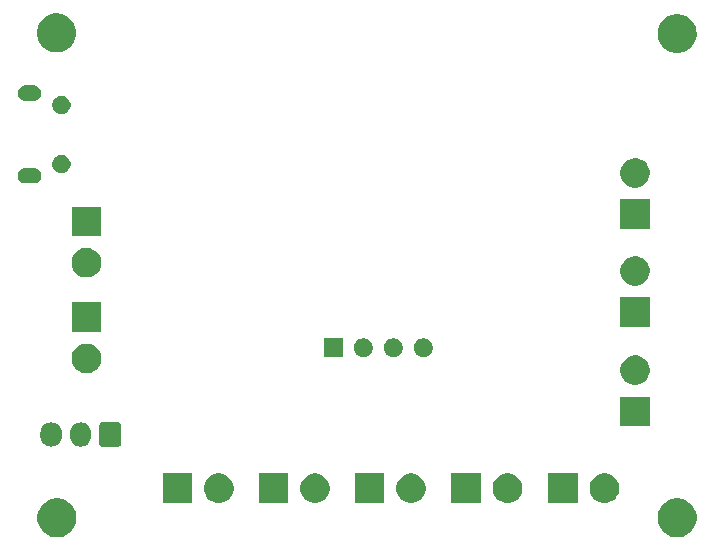
<source format=gbr>
G04 #@! TF.GenerationSoftware,KiCad,Pcbnew,(5.1.4)-1*
G04 #@! TF.CreationDate,2019-10-13T15:27:17+01:00*
G04 #@! TF.ProjectId,light_control,6c696768-745f-4636-9f6e-74726f6c2e6b,rev?*
G04 #@! TF.SameCoordinates,Original*
G04 #@! TF.FileFunction,Soldermask,Bot*
G04 #@! TF.FilePolarity,Negative*
%FSLAX46Y46*%
G04 Gerber Fmt 4.6, Leading zero omitted, Abs format (unit mm)*
G04 Created by KiCad (PCBNEW (5.1.4)-1) date 2019-10-13 15:27:17*
%MOMM*%
%LPD*%
G04 APERTURE LIST*
%ADD10C,0.100000*%
G04 APERTURE END LIST*
D10*
G36*
X159375256Y-96891298D02*
G01*
X159481579Y-96912447D01*
X159782042Y-97036903D01*
X160052451Y-97217585D01*
X160282415Y-97447549D01*
X160463097Y-97717958D01*
X160587553Y-98018421D01*
X160651000Y-98337391D01*
X160651000Y-98662609D01*
X160587553Y-98981579D01*
X160463097Y-99282042D01*
X160282415Y-99552451D01*
X160052451Y-99782415D01*
X159782042Y-99963097D01*
X159481579Y-100087553D01*
X159375256Y-100108702D01*
X159162611Y-100151000D01*
X158837389Y-100151000D01*
X158624744Y-100108702D01*
X158518421Y-100087553D01*
X158217958Y-99963097D01*
X157947549Y-99782415D01*
X157717585Y-99552451D01*
X157536903Y-99282042D01*
X157412447Y-98981579D01*
X157349000Y-98662609D01*
X157349000Y-98337391D01*
X157412447Y-98018421D01*
X157536903Y-97717958D01*
X157717585Y-97447549D01*
X157947549Y-97217585D01*
X158217958Y-97036903D01*
X158518421Y-96912447D01*
X158624744Y-96891298D01*
X158837389Y-96849000D01*
X159162611Y-96849000D01*
X159375256Y-96891298D01*
X159375256Y-96891298D01*
G37*
G36*
X106875256Y-96891298D02*
G01*
X106981579Y-96912447D01*
X107282042Y-97036903D01*
X107552451Y-97217585D01*
X107782415Y-97447549D01*
X107963097Y-97717958D01*
X108087553Y-98018421D01*
X108151000Y-98337391D01*
X108151000Y-98662609D01*
X108087553Y-98981579D01*
X107963097Y-99282042D01*
X107782415Y-99552451D01*
X107552451Y-99782415D01*
X107282042Y-99963097D01*
X106981579Y-100087553D01*
X106875256Y-100108702D01*
X106662611Y-100151000D01*
X106337389Y-100151000D01*
X106124744Y-100108702D01*
X106018421Y-100087553D01*
X105717958Y-99963097D01*
X105447549Y-99782415D01*
X105217585Y-99552451D01*
X105036903Y-99282042D01*
X104912447Y-98981579D01*
X104849000Y-98662609D01*
X104849000Y-98337391D01*
X104912447Y-98018421D01*
X105036903Y-97717958D01*
X105217585Y-97447549D01*
X105447549Y-97217585D01*
X105717958Y-97036903D01*
X106018421Y-96912447D01*
X106124744Y-96891298D01*
X106337389Y-96849000D01*
X106662611Y-96849000D01*
X106875256Y-96891298D01*
X106875256Y-96891298D01*
G37*
G36*
X120564903Y-94797075D02*
G01*
X120792571Y-94891378D01*
X120997466Y-95028285D01*
X121171715Y-95202534D01*
X121308622Y-95407429D01*
X121402925Y-95635097D01*
X121451000Y-95876787D01*
X121451000Y-96123213D01*
X121402925Y-96364903D01*
X121308622Y-96592571D01*
X121171715Y-96797466D01*
X120997466Y-96971715D01*
X120792571Y-97108622D01*
X120792570Y-97108623D01*
X120792569Y-97108623D01*
X120564903Y-97202925D01*
X120323214Y-97251000D01*
X120076786Y-97251000D01*
X119835097Y-97202925D01*
X119607431Y-97108623D01*
X119607430Y-97108623D01*
X119607429Y-97108622D01*
X119402534Y-96971715D01*
X119228285Y-96797466D01*
X119091378Y-96592571D01*
X118997075Y-96364903D01*
X118949000Y-96123213D01*
X118949000Y-95876787D01*
X118997075Y-95635097D01*
X119091378Y-95407429D01*
X119228285Y-95202534D01*
X119402534Y-95028285D01*
X119607429Y-94891378D01*
X119835097Y-94797075D01*
X120076786Y-94749000D01*
X120323214Y-94749000D01*
X120564903Y-94797075D01*
X120564903Y-94797075D01*
G37*
G36*
X145014903Y-94797075D02*
G01*
X145242571Y-94891378D01*
X145447466Y-95028285D01*
X145621715Y-95202534D01*
X145758622Y-95407429D01*
X145852925Y-95635097D01*
X145901000Y-95876787D01*
X145901000Y-96123213D01*
X145852925Y-96364903D01*
X145758622Y-96592571D01*
X145621715Y-96797466D01*
X145447466Y-96971715D01*
X145242571Y-97108622D01*
X145242570Y-97108623D01*
X145242569Y-97108623D01*
X145014903Y-97202925D01*
X144773214Y-97251000D01*
X144526786Y-97251000D01*
X144285097Y-97202925D01*
X144057431Y-97108623D01*
X144057430Y-97108623D01*
X144057429Y-97108622D01*
X143852534Y-96971715D01*
X143678285Y-96797466D01*
X143541378Y-96592571D01*
X143447075Y-96364903D01*
X143399000Y-96123213D01*
X143399000Y-95876787D01*
X143447075Y-95635097D01*
X143541378Y-95407429D01*
X143678285Y-95202534D01*
X143852534Y-95028285D01*
X144057429Y-94891378D01*
X144285097Y-94797075D01*
X144526786Y-94749000D01*
X144773214Y-94749000D01*
X145014903Y-94797075D01*
X145014903Y-94797075D01*
G37*
G36*
X142401000Y-97251000D02*
G01*
X139899000Y-97251000D01*
X139899000Y-94749000D01*
X142401000Y-94749000D01*
X142401000Y-97251000D01*
X142401000Y-97251000D01*
G37*
G36*
X128714903Y-94797075D02*
G01*
X128942571Y-94891378D01*
X129147466Y-95028285D01*
X129321715Y-95202534D01*
X129458622Y-95407429D01*
X129552925Y-95635097D01*
X129601000Y-95876787D01*
X129601000Y-96123213D01*
X129552925Y-96364903D01*
X129458622Y-96592571D01*
X129321715Y-96797466D01*
X129147466Y-96971715D01*
X128942571Y-97108622D01*
X128942570Y-97108623D01*
X128942569Y-97108623D01*
X128714903Y-97202925D01*
X128473214Y-97251000D01*
X128226786Y-97251000D01*
X127985097Y-97202925D01*
X127757431Y-97108623D01*
X127757430Y-97108623D01*
X127757429Y-97108622D01*
X127552534Y-96971715D01*
X127378285Y-96797466D01*
X127241378Y-96592571D01*
X127147075Y-96364903D01*
X127099000Y-96123213D01*
X127099000Y-95876787D01*
X127147075Y-95635097D01*
X127241378Y-95407429D01*
X127378285Y-95202534D01*
X127552534Y-95028285D01*
X127757429Y-94891378D01*
X127985097Y-94797075D01*
X128226786Y-94749000D01*
X128473214Y-94749000D01*
X128714903Y-94797075D01*
X128714903Y-94797075D01*
G37*
G36*
X126101000Y-97251000D02*
G01*
X123599000Y-97251000D01*
X123599000Y-94749000D01*
X126101000Y-94749000D01*
X126101000Y-97251000D01*
X126101000Y-97251000D01*
G37*
G36*
X153214903Y-94797075D02*
G01*
X153442571Y-94891378D01*
X153647466Y-95028285D01*
X153821715Y-95202534D01*
X153958622Y-95407429D01*
X154052925Y-95635097D01*
X154101000Y-95876787D01*
X154101000Y-96123213D01*
X154052925Y-96364903D01*
X153958622Y-96592571D01*
X153821715Y-96797466D01*
X153647466Y-96971715D01*
X153442571Y-97108622D01*
X153442570Y-97108623D01*
X153442569Y-97108623D01*
X153214903Y-97202925D01*
X152973214Y-97251000D01*
X152726786Y-97251000D01*
X152485097Y-97202925D01*
X152257431Y-97108623D01*
X152257430Y-97108623D01*
X152257429Y-97108622D01*
X152052534Y-96971715D01*
X151878285Y-96797466D01*
X151741378Y-96592571D01*
X151647075Y-96364903D01*
X151599000Y-96123213D01*
X151599000Y-95876787D01*
X151647075Y-95635097D01*
X151741378Y-95407429D01*
X151878285Y-95202534D01*
X152052534Y-95028285D01*
X152257429Y-94891378D01*
X152485097Y-94797075D01*
X152726786Y-94749000D01*
X152973214Y-94749000D01*
X153214903Y-94797075D01*
X153214903Y-94797075D01*
G37*
G36*
X150601000Y-97251000D02*
G01*
X148099000Y-97251000D01*
X148099000Y-94749000D01*
X150601000Y-94749000D01*
X150601000Y-97251000D01*
X150601000Y-97251000D01*
G37*
G36*
X136842903Y-94797075D02*
G01*
X137070571Y-94891378D01*
X137275466Y-95028285D01*
X137449715Y-95202534D01*
X137586622Y-95407429D01*
X137680925Y-95635097D01*
X137729000Y-95876787D01*
X137729000Y-96123213D01*
X137680925Y-96364903D01*
X137586622Y-96592571D01*
X137449715Y-96797466D01*
X137275466Y-96971715D01*
X137070571Y-97108622D01*
X137070570Y-97108623D01*
X137070569Y-97108623D01*
X136842903Y-97202925D01*
X136601214Y-97251000D01*
X136354786Y-97251000D01*
X136113097Y-97202925D01*
X135885431Y-97108623D01*
X135885430Y-97108623D01*
X135885429Y-97108622D01*
X135680534Y-96971715D01*
X135506285Y-96797466D01*
X135369378Y-96592571D01*
X135275075Y-96364903D01*
X135227000Y-96123213D01*
X135227000Y-95876787D01*
X135275075Y-95635097D01*
X135369378Y-95407429D01*
X135506285Y-95202534D01*
X135680534Y-95028285D01*
X135885429Y-94891378D01*
X136113097Y-94797075D01*
X136354786Y-94749000D01*
X136601214Y-94749000D01*
X136842903Y-94797075D01*
X136842903Y-94797075D01*
G37*
G36*
X134229000Y-97251000D02*
G01*
X131727000Y-97251000D01*
X131727000Y-94749000D01*
X134229000Y-94749000D01*
X134229000Y-97251000D01*
X134229000Y-97251000D01*
G37*
G36*
X117951000Y-97251000D02*
G01*
X115449000Y-97251000D01*
X115449000Y-94749000D01*
X117951000Y-94749000D01*
X117951000Y-97251000D01*
X117951000Y-97251000D01*
G37*
G36*
X108676627Y-90437037D02*
G01*
X108846466Y-90488557D01*
X109002991Y-90572222D01*
X109038729Y-90601552D01*
X109140186Y-90684814D01*
X109223448Y-90786271D01*
X109252778Y-90822009D01*
X109336443Y-90978534D01*
X109387963Y-91148374D01*
X109401000Y-91280743D01*
X109401000Y-91619258D01*
X109387963Y-91751627D01*
X109336443Y-91921466D01*
X109252778Y-92077991D01*
X109223448Y-92113729D01*
X109140186Y-92215186D01*
X109002989Y-92327779D01*
X108846467Y-92411442D01*
X108846465Y-92411443D01*
X108676626Y-92462963D01*
X108500000Y-92480359D01*
X108323373Y-92462963D01*
X108153534Y-92411443D01*
X107997009Y-92327778D01*
X107954750Y-92293097D01*
X107859814Y-92215186D01*
X107747221Y-92077989D01*
X107663558Y-91921467D01*
X107663557Y-91921465D01*
X107612037Y-91751626D01*
X107599000Y-91619257D01*
X107599000Y-91280742D01*
X107612037Y-91148373D01*
X107663557Y-90978534D01*
X107747222Y-90822009D01*
X107859815Y-90684815D01*
X107997010Y-90572222D01*
X108153535Y-90488557D01*
X108323374Y-90437037D01*
X108500000Y-90419641D01*
X108676627Y-90437037D01*
X108676627Y-90437037D01*
G37*
G36*
X106176627Y-90437037D02*
G01*
X106346466Y-90488557D01*
X106502991Y-90572222D01*
X106538729Y-90601552D01*
X106640186Y-90684814D01*
X106723448Y-90786271D01*
X106752778Y-90822009D01*
X106836443Y-90978534D01*
X106887963Y-91148374D01*
X106901000Y-91280743D01*
X106901000Y-91619258D01*
X106887963Y-91751627D01*
X106836443Y-91921466D01*
X106752778Y-92077991D01*
X106723448Y-92113729D01*
X106640186Y-92215186D01*
X106502989Y-92327779D01*
X106346467Y-92411442D01*
X106346465Y-92411443D01*
X106176626Y-92462963D01*
X106000000Y-92480359D01*
X105823373Y-92462963D01*
X105653534Y-92411443D01*
X105497009Y-92327778D01*
X105454750Y-92293097D01*
X105359814Y-92215186D01*
X105247221Y-92077989D01*
X105163558Y-91921467D01*
X105163557Y-91921465D01*
X105112037Y-91751626D01*
X105099000Y-91619257D01*
X105099000Y-91280742D01*
X105112037Y-91148373D01*
X105163557Y-90978534D01*
X105247222Y-90822009D01*
X105359815Y-90684815D01*
X105497010Y-90572222D01*
X105653535Y-90488557D01*
X105823374Y-90437037D01*
X106000000Y-90419641D01*
X106176627Y-90437037D01*
X106176627Y-90437037D01*
G37*
G36*
X111758600Y-90427989D02*
G01*
X111791652Y-90438015D01*
X111822103Y-90454292D01*
X111848799Y-90476201D01*
X111870708Y-90502897D01*
X111886985Y-90533348D01*
X111897011Y-90566400D01*
X111901000Y-90606903D01*
X111901000Y-92293097D01*
X111897011Y-92333600D01*
X111886985Y-92366652D01*
X111870708Y-92397103D01*
X111848799Y-92423799D01*
X111822103Y-92445708D01*
X111791652Y-92461985D01*
X111758600Y-92472011D01*
X111718097Y-92476000D01*
X110281903Y-92476000D01*
X110241400Y-92472011D01*
X110208348Y-92461985D01*
X110177897Y-92445708D01*
X110151201Y-92423799D01*
X110129292Y-92397103D01*
X110113015Y-92366652D01*
X110102989Y-92333600D01*
X110099000Y-92293097D01*
X110099000Y-90606903D01*
X110102989Y-90566400D01*
X110113015Y-90533348D01*
X110129292Y-90502897D01*
X110151201Y-90476201D01*
X110177897Y-90454292D01*
X110208348Y-90438015D01*
X110241400Y-90427989D01*
X110281903Y-90424000D01*
X111718097Y-90424000D01*
X111758600Y-90427989D01*
X111758600Y-90427989D01*
G37*
G36*
X156699000Y-90751000D02*
G01*
X154197000Y-90751000D01*
X154197000Y-88249000D01*
X156699000Y-88249000D01*
X156699000Y-90751000D01*
X156699000Y-90751000D01*
G37*
G36*
X155812903Y-84797075D02*
G01*
X156040571Y-84891378D01*
X156245466Y-85028285D01*
X156419715Y-85202534D01*
X156556622Y-85407429D01*
X156650925Y-85635097D01*
X156699000Y-85876787D01*
X156699000Y-86123213D01*
X156650925Y-86364903D01*
X156556622Y-86592571D01*
X156419715Y-86797466D01*
X156245466Y-86971715D01*
X156040571Y-87108622D01*
X156040570Y-87108623D01*
X156040569Y-87108623D01*
X155812903Y-87202925D01*
X155571214Y-87251000D01*
X155324786Y-87251000D01*
X155083097Y-87202925D01*
X154855431Y-87108623D01*
X154855430Y-87108623D01*
X154855429Y-87108622D01*
X154650534Y-86971715D01*
X154476285Y-86797466D01*
X154339378Y-86592571D01*
X154245075Y-86364903D01*
X154197000Y-86123213D01*
X154197000Y-85876787D01*
X154245075Y-85635097D01*
X154339378Y-85407429D01*
X154476285Y-85202534D01*
X154650534Y-85028285D01*
X154855429Y-84891378D01*
X155083097Y-84797075D01*
X155324786Y-84749000D01*
X155571214Y-84749000D01*
X155812903Y-84797075D01*
X155812903Y-84797075D01*
G37*
G36*
X109364903Y-83797075D02*
G01*
X109532168Y-83866358D01*
X109592571Y-83891378D01*
X109797466Y-84028285D01*
X109971715Y-84202534D01*
X110108622Y-84407429D01*
X110108623Y-84407431D01*
X110202925Y-84635097D01*
X110249694Y-84870218D01*
X110251000Y-84876787D01*
X110251000Y-85123213D01*
X110202925Y-85364903D01*
X110108622Y-85592571D01*
X109971715Y-85797466D01*
X109797466Y-85971715D01*
X109592571Y-86108622D01*
X109592570Y-86108623D01*
X109592569Y-86108623D01*
X109364903Y-86202925D01*
X109123214Y-86251000D01*
X108876786Y-86251000D01*
X108635097Y-86202925D01*
X108407431Y-86108623D01*
X108407430Y-86108623D01*
X108407429Y-86108622D01*
X108202534Y-85971715D01*
X108028285Y-85797466D01*
X107891378Y-85592571D01*
X107797075Y-85364903D01*
X107749000Y-85123213D01*
X107749000Y-84876787D01*
X107750307Y-84870218D01*
X107797075Y-84635097D01*
X107891377Y-84407431D01*
X107891378Y-84407429D01*
X108028285Y-84202534D01*
X108202534Y-84028285D01*
X108407429Y-83891378D01*
X108467833Y-83866358D01*
X108635097Y-83797075D01*
X108876786Y-83749000D01*
X109123214Y-83749000D01*
X109364903Y-83797075D01*
X109364903Y-83797075D01*
G37*
G36*
X130701000Y-84901000D02*
G01*
X129099000Y-84901000D01*
X129099000Y-83299000D01*
X130701000Y-83299000D01*
X130701000Y-84901000D01*
X130701000Y-84901000D01*
G37*
G36*
X135213642Y-83329781D02*
G01*
X135359414Y-83390162D01*
X135359416Y-83390163D01*
X135490608Y-83477822D01*
X135602178Y-83589392D01*
X135689837Y-83720584D01*
X135689838Y-83720586D01*
X135750219Y-83866358D01*
X135781000Y-84021107D01*
X135781000Y-84178893D01*
X135750219Y-84333642D01*
X135719655Y-84407429D01*
X135689837Y-84479416D01*
X135602178Y-84610608D01*
X135490608Y-84722178D01*
X135359416Y-84809837D01*
X135359415Y-84809838D01*
X135359414Y-84809838D01*
X135213642Y-84870219D01*
X135058893Y-84901000D01*
X134901107Y-84901000D01*
X134746358Y-84870219D01*
X134600586Y-84809838D01*
X134600585Y-84809838D01*
X134600584Y-84809837D01*
X134469392Y-84722178D01*
X134357822Y-84610608D01*
X134270163Y-84479416D01*
X134240345Y-84407429D01*
X134209781Y-84333642D01*
X134179000Y-84178893D01*
X134179000Y-84021107D01*
X134209781Y-83866358D01*
X134270162Y-83720586D01*
X134270163Y-83720584D01*
X134357822Y-83589392D01*
X134469392Y-83477822D01*
X134600584Y-83390163D01*
X134600586Y-83390162D01*
X134746358Y-83329781D01*
X134901107Y-83299000D01*
X135058893Y-83299000D01*
X135213642Y-83329781D01*
X135213642Y-83329781D01*
G37*
G36*
X132673642Y-83329781D02*
G01*
X132819414Y-83390162D01*
X132819416Y-83390163D01*
X132950608Y-83477822D01*
X133062178Y-83589392D01*
X133149837Y-83720584D01*
X133149838Y-83720586D01*
X133210219Y-83866358D01*
X133241000Y-84021107D01*
X133241000Y-84178893D01*
X133210219Y-84333642D01*
X133179655Y-84407429D01*
X133149837Y-84479416D01*
X133062178Y-84610608D01*
X132950608Y-84722178D01*
X132819416Y-84809837D01*
X132819415Y-84809838D01*
X132819414Y-84809838D01*
X132673642Y-84870219D01*
X132518893Y-84901000D01*
X132361107Y-84901000D01*
X132206358Y-84870219D01*
X132060586Y-84809838D01*
X132060585Y-84809838D01*
X132060584Y-84809837D01*
X131929392Y-84722178D01*
X131817822Y-84610608D01*
X131730163Y-84479416D01*
X131700345Y-84407429D01*
X131669781Y-84333642D01*
X131639000Y-84178893D01*
X131639000Y-84021107D01*
X131669781Y-83866358D01*
X131730162Y-83720586D01*
X131730163Y-83720584D01*
X131817822Y-83589392D01*
X131929392Y-83477822D01*
X132060584Y-83390163D01*
X132060586Y-83390162D01*
X132206358Y-83329781D01*
X132361107Y-83299000D01*
X132518893Y-83299000D01*
X132673642Y-83329781D01*
X132673642Y-83329781D01*
G37*
G36*
X137753642Y-83329781D02*
G01*
X137899414Y-83390162D01*
X137899416Y-83390163D01*
X138030608Y-83477822D01*
X138142178Y-83589392D01*
X138229837Y-83720584D01*
X138229838Y-83720586D01*
X138290219Y-83866358D01*
X138321000Y-84021107D01*
X138321000Y-84178893D01*
X138290219Y-84333642D01*
X138259655Y-84407429D01*
X138229837Y-84479416D01*
X138142178Y-84610608D01*
X138030608Y-84722178D01*
X137899416Y-84809837D01*
X137899415Y-84809838D01*
X137899414Y-84809838D01*
X137753642Y-84870219D01*
X137598893Y-84901000D01*
X137441107Y-84901000D01*
X137286358Y-84870219D01*
X137140586Y-84809838D01*
X137140585Y-84809838D01*
X137140584Y-84809837D01*
X137009392Y-84722178D01*
X136897822Y-84610608D01*
X136810163Y-84479416D01*
X136780345Y-84407429D01*
X136749781Y-84333642D01*
X136719000Y-84178893D01*
X136719000Y-84021107D01*
X136749781Y-83866358D01*
X136810162Y-83720586D01*
X136810163Y-83720584D01*
X136897822Y-83589392D01*
X137009392Y-83477822D01*
X137140584Y-83390163D01*
X137140586Y-83390162D01*
X137286358Y-83329781D01*
X137441107Y-83299000D01*
X137598893Y-83299000D01*
X137753642Y-83329781D01*
X137753642Y-83329781D01*
G37*
G36*
X110251000Y-82751000D02*
G01*
X107749000Y-82751000D01*
X107749000Y-80249000D01*
X110251000Y-80249000D01*
X110251000Y-82751000D01*
X110251000Y-82751000D01*
G37*
G36*
X156699000Y-82351000D02*
G01*
X154197000Y-82351000D01*
X154197000Y-79849000D01*
X156699000Y-79849000D01*
X156699000Y-82351000D01*
X156699000Y-82351000D01*
G37*
G36*
X155812903Y-76397075D02*
G01*
X156040571Y-76491378D01*
X156245466Y-76628285D01*
X156419715Y-76802534D01*
X156419716Y-76802536D01*
X156556623Y-77007431D01*
X156650925Y-77235097D01*
X156699000Y-77476787D01*
X156699000Y-77723213D01*
X156650925Y-77964903D01*
X156556622Y-78192571D01*
X156419715Y-78397466D01*
X156245466Y-78571715D01*
X156040571Y-78708622D01*
X156040570Y-78708623D01*
X156040569Y-78708623D01*
X155812903Y-78802925D01*
X155571214Y-78851000D01*
X155324786Y-78851000D01*
X155083097Y-78802925D01*
X154855431Y-78708623D01*
X154855430Y-78708623D01*
X154855429Y-78708622D01*
X154650534Y-78571715D01*
X154476285Y-78397466D01*
X154339378Y-78192571D01*
X154245075Y-77964903D01*
X154197000Y-77723213D01*
X154197000Y-77476787D01*
X154245075Y-77235097D01*
X154339377Y-77007431D01*
X154476284Y-76802536D01*
X154476285Y-76802534D01*
X154650534Y-76628285D01*
X154855429Y-76491378D01*
X155083097Y-76397075D01*
X155324786Y-76349000D01*
X155571214Y-76349000D01*
X155812903Y-76397075D01*
X155812903Y-76397075D01*
G37*
G36*
X109364903Y-75697075D02*
G01*
X109592571Y-75791378D01*
X109797466Y-75928285D01*
X109971715Y-76102534D01*
X109971716Y-76102536D01*
X110108623Y-76307431D01*
X110202925Y-76535097D01*
X110251000Y-76776786D01*
X110251000Y-77023214D01*
X110202925Y-77264903D01*
X110115161Y-77476786D01*
X110108622Y-77492571D01*
X109971715Y-77697466D01*
X109797466Y-77871715D01*
X109592571Y-78008622D01*
X109592570Y-78008623D01*
X109592569Y-78008623D01*
X109364903Y-78102925D01*
X109123214Y-78151000D01*
X108876786Y-78151000D01*
X108635097Y-78102925D01*
X108407431Y-78008623D01*
X108407430Y-78008623D01*
X108407429Y-78008622D01*
X108202534Y-77871715D01*
X108028285Y-77697466D01*
X107891378Y-77492571D01*
X107884840Y-77476786D01*
X107797075Y-77264903D01*
X107749000Y-77023214D01*
X107749000Y-76776786D01*
X107797075Y-76535097D01*
X107891377Y-76307431D01*
X108028284Y-76102536D01*
X108028285Y-76102534D01*
X108202534Y-75928285D01*
X108407429Y-75791378D01*
X108635097Y-75697075D01*
X108876786Y-75649000D01*
X109123214Y-75649000D01*
X109364903Y-75697075D01*
X109364903Y-75697075D01*
G37*
G36*
X110251000Y-74651000D02*
G01*
X107749000Y-74651000D01*
X107749000Y-72149000D01*
X110251000Y-72149000D01*
X110251000Y-74651000D01*
X110251000Y-74651000D01*
G37*
G36*
X156699000Y-74051000D02*
G01*
X154197000Y-74051000D01*
X154197000Y-71549000D01*
X156699000Y-71549000D01*
X156699000Y-74051000D01*
X156699000Y-74051000D01*
G37*
G36*
X155812903Y-68097075D02*
G01*
X155994810Y-68172423D01*
X156040571Y-68191378D01*
X156245466Y-68328285D01*
X156419715Y-68502534D01*
X156495819Y-68616431D01*
X156556623Y-68707431D01*
X156650925Y-68935097D01*
X156692232Y-69142759D01*
X156699000Y-69176787D01*
X156699000Y-69423213D01*
X156650925Y-69664903D01*
X156556622Y-69892571D01*
X156419715Y-70097466D01*
X156245466Y-70271715D01*
X156040571Y-70408622D01*
X156040570Y-70408623D01*
X156040569Y-70408623D01*
X155812903Y-70502925D01*
X155571214Y-70551000D01*
X155324786Y-70551000D01*
X155083097Y-70502925D01*
X154855431Y-70408623D01*
X154855430Y-70408623D01*
X154855429Y-70408622D01*
X154650534Y-70271715D01*
X154476285Y-70097466D01*
X154339378Y-69892571D01*
X154245075Y-69664903D01*
X154197000Y-69423213D01*
X154197000Y-69176787D01*
X154203769Y-69142759D01*
X154245075Y-68935097D01*
X154339377Y-68707431D01*
X154400181Y-68616431D01*
X154476285Y-68502534D01*
X154650534Y-68328285D01*
X154855429Y-68191378D01*
X154901191Y-68172423D01*
X155083097Y-68097075D01*
X155324786Y-68049000D01*
X155571214Y-68049000D01*
X155812903Y-68097075D01*
X155812903Y-68097075D01*
G37*
G36*
X104586355Y-68892140D02*
G01*
X104650118Y-68898420D01*
X104740904Y-68925960D01*
X104772836Y-68935646D01*
X104885925Y-68996094D01*
X104985054Y-69077446D01*
X105066406Y-69176575D01*
X105126854Y-69289664D01*
X105126855Y-69289668D01*
X105164080Y-69412382D01*
X105176649Y-69540000D01*
X105164080Y-69667618D01*
X105136540Y-69758404D01*
X105126854Y-69790336D01*
X105066406Y-69903425D01*
X104985054Y-70002554D01*
X104885925Y-70083906D01*
X104772836Y-70144354D01*
X104740904Y-70154040D01*
X104650118Y-70181580D01*
X104586355Y-70187860D01*
X104554474Y-70191000D01*
X103790526Y-70191000D01*
X103758645Y-70187860D01*
X103694882Y-70181580D01*
X103604096Y-70154040D01*
X103572164Y-70144354D01*
X103459075Y-70083906D01*
X103359946Y-70002554D01*
X103278594Y-69903425D01*
X103218146Y-69790336D01*
X103208460Y-69758404D01*
X103180920Y-69667618D01*
X103168351Y-69540000D01*
X103180920Y-69412382D01*
X103218145Y-69289668D01*
X103218146Y-69289664D01*
X103278594Y-69176575D01*
X103359946Y-69077446D01*
X103459075Y-68996094D01*
X103572164Y-68935646D01*
X103604096Y-68925960D01*
X103694882Y-68898420D01*
X103758645Y-68892140D01*
X103790526Y-68889000D01*
X104554474Y-68889000D01*
X104586355Y-68892140D01*
X104586355Y-68892140D01*
G37*
G36*
X107098848Y-67793820D02*
G01*
X107098850Y-67793821D01*
X107098851Y-67793821D01*
X107240074Y-67852317D01*
X107240077Y-67852319D01*
X107367169Y-67937239D01*
X107475261Y-68045331D01*
X107509835Y-68097075D01*
X107560183Y-68172426D01*
X107618679Y-68313649D01*
X107618680Y-68313652D01*
X107648500Y-68463569D01*
X107648500Y-68616431D01*
X107630400Y-68707429D01*
X107618679Y-68766351D01*
X107560183Y-68907574D01*
X107560181Y-68907577D01*
X107475261Y-69034669D01*
X107367169Y-69142761D01*
X107316245Y-69176787D01*
X107240074Y-69227683D01*
X107098851Y-69286179D01*
X107098850Y-69286179D01*
X107098848Y-69286180D01*
X106948931Y-69316000D01*
X106796069Y-69316000D01*
X106646152Y-69286180D01*
X106646150Y-69286179D01*
X106646149Y-69286179D01*
X106504926Y-69227683D01*
X106428755Y-69176787D01*
X106377831Y-69142761D01*
X106269739Y-69034669D01*
X106184819Y-68907577D01*
X106184817Y-68907574D01*
X106126321Y-68766351D01*
X106114601Y-68707429D01*
X106096500Y-68616431D01*
X106096500Y-68463569D01*
X106126320Y-68313652D01*
X106126321Y-68313649D01*
X106184817Y-68172426D01*
X106235165Y-68097075D01*
X106269739Y-68045331D01*
X106377831Y-67937239D01*
X106504923Y-67852319D01*
X106504926Y-67852317D01*
X106646149Y-67793821D01*
X106646150Y-67793821D01*
X106646152Y-67793820D01*
X106796069Y-67764000D01*
X106948931Y-67764000D01*
X107098848Y-67793820D01*
X107098848Y-67793820D01*
G37*
G36*
X107098848Y-62793820D02*
G01*
X107098850Y-62793821D01*
X107098851Y-62793821D01*
X107240074Y-62852317D01*
X107240077Y-62852319D01*
X107367169Y-62937239D01*
X107475261Y-63045331D01*
X107560181Y-63172423D01*
X107560183Y-63172426D01*
X107618679Y-63313649D01*
X107648500Y-63463571D01*
X107648500Y-63616429D01*
X107618679Y-63766351D01*
X107560183Y-63907574D01*
X107560181Y-63907577D01*
X107475261Y-64034669D01*
X107367169Y-64142761D01*
X107240077Y-64227681D01*
X107240074Y-64227683D01*
X107098851Y-64286179D01*
X107098850Y-64286179D01*
X107098848Y-64286180D01*
X106948931Y-64316000D01*
X106796069Y-64316000D01*
X106646152Y-64286180D01*
X106646150Y-64286179D01*
X106646149Y-64286179D01*
X106504926Y-64227683D01*
X106504923Y-64227681D01*
X106377831Y-64142761D01*
X106269739Y-64034669D01*
X106184819Y-63907577D01*
X106184817Y-63907574D01*
X106126321Y-63766351D01*
X106096500Y-63616429D01*
X106096500Y-63463571D01*
X106126321Y-63313649D01*
X106184817Y-63172426D01*
X106184819Y-63172423D01*
X106269739Y-63045331D01*
X106377831Y-62937239D01*
X106504923Y-62852319D01*
X106504926Y-62852317D01*
X106646149Y-62793821D01*
X106646150Y-62793821D01*
X106646152Y-62793820D01*
X106796069Y-62764000D01*
X106948931Y-62764000D01*
X107098848Y-62793820D01*
X107098848Y-62793820D01*
G37*
G36*
X104586355Y-61892140D02*
G01*
X104650118Y-61898420D01*
X104740904Y-61925960D01*
X104772836Y-61935646D01*
X104885925Y-61996094D01*
X104985054Y-62077446D01*
X105066406Y-62176575D01*
X105126854Y-62289664D01*
X105126855Y-62289668D01*
X105164080Y-62412382D01*
X105176649Y-62540000D01*
X105164080Y-62667618D01*
X105136540Y-62758404D01*
X105126854Y-62790336D01*
X105066406Y-62903425D01*
X104985054Y-63002554D01*
X104885925Y-63083906D01*
X104772836Y-63144354D01*
X104740904Y-63154040D01*
X104650118Y-63181580D01*
X104586355Y-63187860D01*
X104554474Y-63191000D01*
X103790526Y-63191000D01*
X103758645Y-63187860D01*
X103694882Y-63181580D01*
X103604096Y-63154040D01*
X103572164Y-63144354D01*
X103459075Y-63083906D01*
X103359946Y-63002554D01*
X103278594Y-62903425D01*
X103218146Y-62790336D01*
X103208460Y-62758404D01*
X103180920Y-62667618D01*
X103168351Y-62540000D01*
X103180920Y-62412382D01*
X103218145Y-62289668D01*
X103218146Y-62289664D01*
X103278594Y-62176575D01*
X103359946Y-62077446D01*
X103459075Y-61996094D01*
X103572164Y-61935646D01*
X103604096Y-61925960D01*
X103694882Y-61898420D01*
X103758645Y-61892140D01*
X103790526Y-61889000D01*
X104554474Y-61889000D01*
X104586355Y-61892140D01*
X104586355Y-61892140D01*
G37*
G36*
X159375256Y-55891298D02*
G01*
X159481579Y-55912447D01*
X159782042Y-56036903D01*
X160052451Y-56217585D01*
X160282415Y-56447549D01*
X160463097Y-56717958D01*
X160566843Y-56968422D01*
X160587553Y-57018422D01*
X160641055Y-57287391D01*
X160651000Y-57337391D01*
X160651000Y-57662609D01*
X160587553Y-57981579D01*
X160463097Y-58282042D01*
X160282415Y-58552451D01*
X160052451Y-58782415D01*
X159782042Y-58963097D01*
X159481579Y-59087553D01*
X159413976Y-59101000D01*
X159162611Y-59151000D01*
X158837389Y-59151000D01*
X158586024Y-59101000D01*
X158518421Y-59087553D01*
X158217958Y-58963097D01*
X157947549Y-58782415D01*
X157717585Y-58552451D01*
X157536903Y-58282042D01*
X157412447Y-57981579D01*
X157349000Y-57662609D01*
X157349000Y-57337391D01*
X157358946Y-57287391D01*
X157412447Y-57018422D01*
X157433158Y-56968422D01*
X157536903Y-56717958D01*
X157717585Y-56447549D01*
X157947549Y-56217585D01*
X158217958Y-56036903D01*
X158518421Y-55912447D01*
X158624744Y-55891298D01*
X158837389Y-55849000D01*
X159162611Y-55849000D01*
X159375256Y-55891298D01*
X159375256Y-55891298D01*
G37*
G36*
X106825256Y-55841298D02*
G01*
X106931579Y-55862447D01*
X107232042Y-55986903D01*
X107502451Y-56167585D01*
X107732415Y-56397549D01*
X107732416Y-56397551D01*
X107913098Y-56667960D01*
X108037553Y-56968422D01*
X108101000Y-57287389D01*
X108101000Y-57612611D01*
X108091054Y-57662611D01*
X108037553Y-57931579D01*
X107913097Y-58232042D01*
X107732415Y-58502451D01*
X107502451Y-58732415D01*
X107232042Y-58913097D01*
X106931579Y-59037553D01*
X106825256Y-59058702D01*
X106612611Y-59101000D01*
X106287389Y-59101000D01*
X106074744Y-59058702D01*
X105968421Y-59037553D01*
X105667958Y-58913097D01*
X105397549Y-58732415D01*
X105167585Y-58502451D01*
X104986903Y-58232042D01*
X104862447Y-57931579D01*
X104808946Y-57662611D01*
X104799000Y-57612611D01*
X104799000Y-57287389D01*
X104862447Y-56968422D01*
X104986902Y-56667960D01*
X105167584Y-56397551D01*
X105167585Y-56397549D01*
X105397549Y-56167585D01*
X105667958Y-55986903D01*
X105968421Y-55862447D01*
X106074744Y-55841298D01*
X106287389Y-55799000D01*
X106612611Y-55799000D01*
X106825256Y-55841298D01*
X106825256Y-55841298D01*
G37*
M02*

</source>
